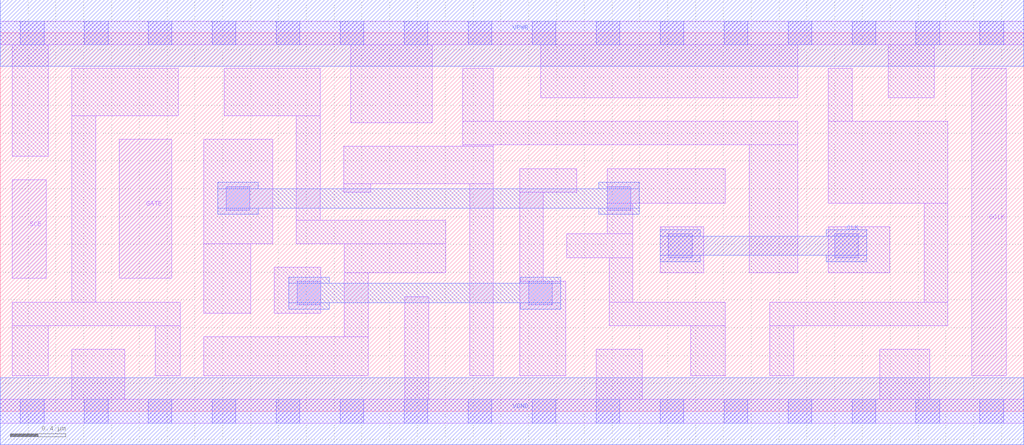
<source format=lef>
# Copyright 2020 The SkyWater PDK Authors
#
# Licensed under the Apache License, Version 2.0 (the "License");
# you may not use this file except in compliance with the License.
# You may obtain a copy of the License at
#
#     https://www.apache.org/licenses/LICENSE-2.0
#
# Unless required by applicable law or agreed to in writing, software
# distributed under the License is distributed on an "AS IS" BASIS,
# WITHOUT WARRANTIES OR CONDITIONS OF ANY KIND, either express or implied.
# See the License for the specific language governing permissions and
# limitations under the License.
#
# SPDX-License-Identifier: Apache-2.0

VERSION 5.7 ;
  NAMESCASESENSITIVE ON ;
  NOWIREEXTENSIONATPIN ON ;
  DIVIDERCHAR "/" ;
  BUSBITCHARS "[]" ;
UNITS
  DATABASE MICRONS 200 ;
END UNITS
PROPERTYDEFINITIONS
  MACRO maskLayoutSubType STRING ;
  MACRO prCellType STRING ;
  MACRO originalViewName STRING ;
END PROPERTYDEFINITIONS
MACRO sky130_fd_sc_hdll__sdlclkp_1
  CLASS CORE ;
  FOREIGN sky130_fd_sc_hdll__sdlclkp_1 ;
  ORIGIN  0.000000  0.000000 ;
  SIZE  7.360000 BY  2.720000 ;
  SYMMETRY X Y R90 ;
  SITE unithd ;
  PIN CLK
    ANTENNAGATEAREA  0.356400 ;
    DIRECTION INPUT ;
    USE SIGNAL ;
    PORT
      LAYER met1 ;
        RECT 4.745000 1.075000 5.035000 1.120000 ;
        RECT 4.745000 1.120000 6.230000 1.260000 ;
        RECT 4.745000 1.260000 5.035000 1.305000 ;
        RECT 5.940000 1.075000 6.230000 1.120000 ;
        RECT 5.940000 1.260000 6.230000 1.305000 ;
    END
  END CLK
  PIN GATE
    ANTENNAGATEAREA  0.178200 ;
    DIRECTION INPUT ;
    USE SIGNAL ;
    PORT
      LAYER li1 ;
        RECT 0.855000 0.955000 1.235000 1.955000 ;
    END
  END GATE
  PIN GCLK
    ANTENNADIFFAREA  0.480250 ;
    DIRECTION OUTPUT ;
    USE SIGNAL ;
    PORT
      LAYER li1 ;
        RECT 6.985000 0.255000 7.235000 2.465000 ;
    END
  END GCLK
  PIN SCE
    ANTENNAGATEAREA  0.178200 ;
    DIRECTION INPUT ;
    USE SIGNAL ;
    PORT
      LAYER li1 ;
        RECT 0.085000 0.955000 0.330000 1.665000 ;
    END
  END SCE
  PIN VGND
    DIRECTION INOUT ;
    USE GROUND ;
    PORT
      LAYER met1 ;
        RECT 0.000000 -0.240000 7.360000 0.240000 ;
    END
  END VGND
  PIN VPWR
    DIRECTION INOUT ;
    USE POWER ;
    PORT
      LAYER met1 ;
        RECT 0.000000 2.480000 7.360000 2.960000 ;
    END
  END VPWR
  OBS
    LAYER li1 ;
      RECT 0.000000 -0.085000 7.360000 0.085000 ;
      RECT 0.000000  2.635000 7.360000 2.805000 ;
      RECT 0.085000  0.255000 0.345000 0.615000 ;
      RECT 0.085000  0.615000 1.295000 0.785000 ;
      RECT 0.085000  1.835000 0.345000 2.635000 ;
      RECT 0.515000  0.085000 0.895000 0.445000 ;
      RECT 0.515000  0.785000 0.685000 2.125000 ;
      RECT 0.515000  2.125000 1.280000 2.465000 ;
      RECT 1.115000  0.255000 1.295000 0.615000 ;
      RECT 1.465000  0.255000 2.645000 0.535000 ;
      RECT 1.465000  0.705000 1.800000 1.205000 ;
      RECT 1.465000  1.205000 1.960000 1.955000 ;
      RECT 1.610000  2.125000 2.300000 2.465000 ;
      RECT 1.970000  0.705000 2.305000 1.035000 ;
      RECT 2.130000  1.205000 3.205000 1.375000 ;
      RECT 2.130000  1.375000 2.300000 2.125000 ;
      RECT 2.470000  1.575000 2.665000 1.635000 ;
      RECT 2.470000  1.635000 3.545000 1.905000 ;
      RECT 2.475000  0.535000 2.645000 0.995000 ;
      RECT 2.475000  0.995000 3.205000 1.205000 ;
      RECT 2.520000  2.075000 3.105000 2.635000 ;
      RECT 2.910000  0.085000 3.080000 0.825000 ;
      RECT 3.325000  1.905000 3.545000 1.915000 ;
      RECT 3.325000  1.915000 5.735000 2.085000 ;
      RECT 3.325000  2.085000 3.545000 2.465000 ;
      RECT 3.375000  0.255000 3.545000 1.635000 ;
      RECT 3.735000  0.255000 4.065000 0.935000 ;
      RECT 3.735000  0.935000 3.905000 1.575000 ;
      RECT 3.735000  1.575000 4.145000 1.745000 ;
      RECT 3.885000  2.255000 5.735000 2.635000 ;
      RECT 4.075000  1.105000 4.550000 1.275000 ;
      RECT 4.285000  0.085000 4.615000 0.445000 ;
      RECT 4.365000  1.275000 4.550000 1.495000 ;
      RECT 4.365000  1.495000 5.215000 1.745000 ;
      RECT 4.380000  0.615000 5.215000 0.785000 ;
      RECT 4.380000  0.785000 4.550000 1.105000 ;
      RECT 4.745000  0.995000 5.060000 1.325000 ;
      RECT 4.965000  0.255000 5.215000 0.615000 ;
      RECT 5.385000  0.995000 5.735000 1.915000 ;
      RECT 5.535000  0.255000 5.705000 0.615000 ;
      RECT 5.535000  0.615000 6.815000 0.785000 ;
      RECT 5.955000  0.995000 6.395000 1.325000 ;
      RECT 5.955000  1.495000 6.815000 2.085000 ;
      RECT 5.955000  2.085000 6.125000 2.465000 ;
      RECT 6.325000  0.085000 6.685000 0.445000 ;
      RECT 6.385000  2.255000 6.715000 2.635000 ;
      RECT 6.645000  0.785000 6.815000 1.495000 ;
    LAYER mcon ;
      RECT 0.145000 -0.085000 0.315000 0.085000 ;
      RECT 0.145000  2.635000 0.315000 2.805000 ;
      RECT 0.605000 -0.085000 0.775000 0.085000 ;
      RECT 0.605000  2.635000 0.775000 2.805000 ;
      RECT 1.065000 -0.085000 1.235000 0.085000 ;
      RECT 1.065000  2.635000 1.235000 2.805000 ;
      RECT 1.525000 -0.085000 1.695000 0.085000 ;
      RECT 1.525000  2.635000 1.695000 2.805000 ;
      RECT 1.625000  1.445000 1.795000 1.615000 ;
      RECT 1.985000 -0.085000 2.155000 0.085000 ;
      RECT 1.985000  2.635000 2.155000 2.805000 ;
      RECT 2.135000  0.765000 2.305000 0.935000 ;
      RECT 2.445000 -0.085000 2.615000 0.085000 ;
      RECT 2.445000  2.635000 2.615000 2.805000 ;
      RECT 2.905000 -0.085000 3.075000 0.085000 ;
      RECT 2.905000  2.635000 3.075000 2.805000 ;
      RECT 3.365000 -0.085000 3.535000 0.085000 ;
      RECT 3.365000  2.635000 3.535000 2.805000 ;
      RECT 3.800000  0.765000 3.970000 0.935000 ;
      RECT 3.825000 -0.085000 3.995000 0.085000 ;
      RECT 3.825000  2.635000 3.995000 2.805000 ;
      RECT 4.285000 -0.085000 4.455000 0.085000 ;
      RECT 4.285000  2.635000 4.455000 2.805000 ;
      RECT 4.365000  1.445000 4.535000 1.615000 ;
      RECT 4.745000 -0.085000 4.915000 0.085000 ;
      RECT 4.745000  2.635000 4.915000 2.805000 ;
      RECT 4.805000  1.105000 4.975000 1.275000 ;
      RECT 5.205000 -0.085000 5.375000 0.085000 ;
      RECT 5.205000  2.635000 5.375000 2.805000 ;
      RECT 5.665000 -0.085000 5.835000 0.085000 ;
      RECT 5.665000  2.635000 5.835000 2.805000 ;
      RECT 6.000000  1.105000 6.170000 1.275000 ;
      RECT 6.125000 -0.085000 6.295000 0.085000 ;
      RECT 6.125000  2.635000 6.295000 2.805000 ;
      RECT 6.585000 -0.085000 6.755000 0.085000 ;
      RECT 6.585000  2.635000 6.755000 2.805000 ;
      RECT 7.045000 -0.085000 7.215000 0.085000 ;
      RECT 7.045000  2.635000 7.215000 2.805000 ;
    LAYER met1 ;
      RECT 1.565000 1.415000 1.855000 1.460000 ;
      RECT 1.565000 1.460000 4.595000 1.600000 ;
      RECT 1.565000 1.600000 1.855000 1.645000 ;
      RECT 2.075000 0.735000 2.365000 0.780000 ;
      RECT 2.075000 0.780000 4.030000 0.920000 ;
      RECT 2.075000 0.920000 2.365000 0.965000 ;
      RECT 3.740000 0.735000 4.030000 0.780000 ;
      RECT 3.740000 0.920000 4.030000 0.965000 ;
      RECT 4.305000 1.415000 4.595000 1.460000 ;
      RECT 4.305000 1.600000 4.595000 1.645000 ;
  END
  PROPERTY maskLayoutSubType "abstract" ;
  PROPERTY prCellType "standard" ;
  PROPERTY originalViewName "layout" ;
END sky130_fd_sc_hdll__sdlclkp_1

</source>
